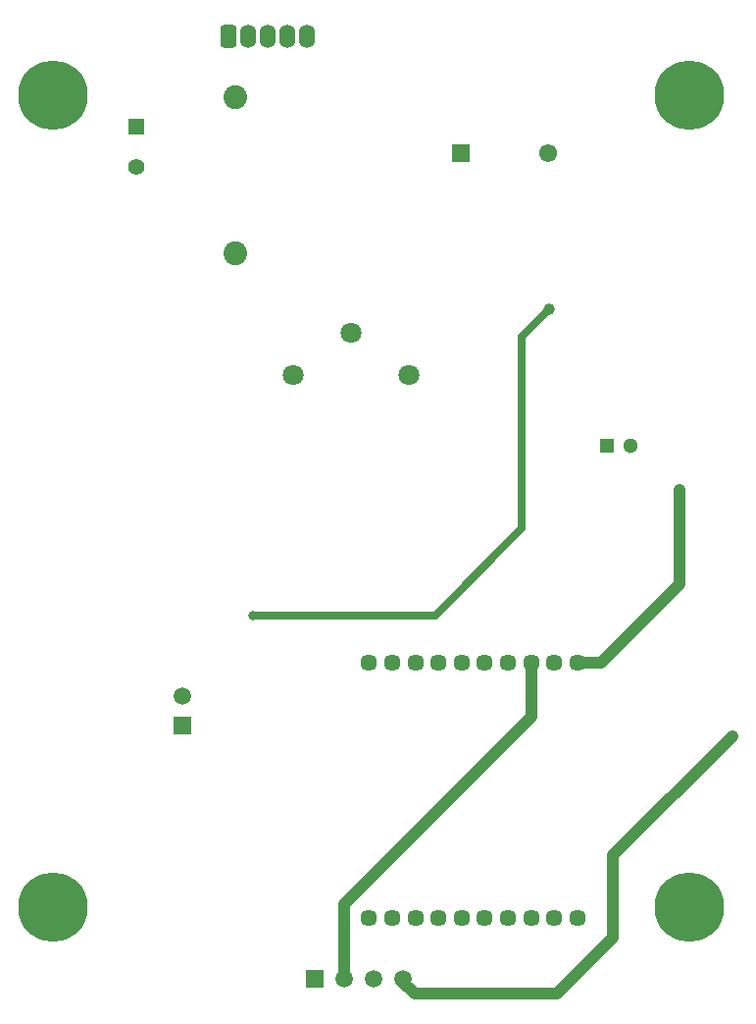
<source format=gbl>
G04*
G04 #@! TF.GenerationSoftware,Altium Limited,Altium Designer,20.0.13 (296)*
G04*
G04 Layer_Physical_Order=2*
G04 Layer_Color=16711680*
%FSLAX44Y44*%
%MOMM*%
G71*
G01*
G75*
%ADD20C,0.7000*%
%ADD54C,1.0000*%
%ADD56R,1.5000X1.5000*%
%ADD57C,1.5000*%
%ADD58R,1.5000X1.5000*%
%ADD59C,1.3000*%
%ADD60R,1.3000X1.3000*%
%ADD61C,1.8000*%
%ADD62C,1.4500*%
G04:AMPARAMS|DCode=63|XSize=2mm|YSize=1.4mm|CornerRadius=0.35mm|HoleSize=0mm|Usage=FLASHONLY|Rotation=90.000|XOffset=0mm|YOffset=0mm|HoleType=Round|Shape=RoundedRectangle|*
%AMROUNDEDRECTD63*
21,1,2.0000,0.7000,0,0,90.0*
21,1,1.3000,1.4000,0,0,90.0*
1,1,0.7000,0.3500,0.6500*
1,1,0.7000,0.3500,-0.6500*
1,1,0.7000,-0.3500,-0.6500*
1,1,0.7000,-0.3500,0.6500*
%
%ADD63ROUNDEDRECTD63*%
%ADD64O,1.4000X2.0000*%
%ADD65C,1.5500*%
%ADD66R,1.5500X1.5500*%
%ADD67R,1.4000X1.4000*%
%ADD68C,1.4000*%
%ADD69C,2.0500*%
%ADD70C,1.0000*%
%ADD71C,6.0000*%
%ADD72C,0.8000*%
D20*
X2861310Y553852D02*
X2885105Y577647D01*
X2861310Y388620D02*
Y553852D01*
X2786380Y313690D02*
X2861310Y388620D01*
X2628900Y313690D02*
X2786380D01*
D54*
X2757170Y-1270D02*
X2768600Y-12700D01*
X2891790D01*
X2940050Y35560D01*
Y106680D01*
X3042920Y209550D01*
X2707640Y64770D02*
X2869250Y226380D01*
X2707640Y2310D02*
Y64770D01*
X2869250Y226380D02*
Y273050D01*
X2909870D02*
X2929270D01*
X2997200Y340980D01*
Y421640D01*
D56*
X2682240Y0D02*
D03*
D57*
X2707640D02*
D03*
X2733040D02*
D03*
X2758440D02*
D03*
X2567940Y243840D02*
D03*
D58*
Y218440D02*
D03*
D59*
X2955130Y459740D02*
D03*
D60*
X2935130D02*
D03*
D61*
X2763520Y520700D02*
D03*
X2663520D02*
D03*
X2713520Y557700D02*
D03*
D62*
X2909250Y273050D02*
D03*
X2889250D02*
D03*
X2869250D02*
D03*
X2849250D02*
D03*
X2829250D02*
D03*
X2809250D02*
D03*
X2789250D02*
D03*
X2769250D02*
D03*
X2749250D02*
D03*
X2729250D02*
D03*
Y53050D02*
D03*
X2749250D02*
D03*
X2769250D02*
D03*
X2789250D02*
D03*
X2809250D02*
D03*
X2829250D02*
D03*
X2849250D02*
D03*
X2869250D02*
D03*
X2889250D02*
D03*
X2909250D02*
D03*
D63*
X2607600Y812800D02*
D03*
D64*
X2624600D02*
D03*
X2641600D02*
D03*
X2658600D02*
D03*
X2675600D02*
D03*
D65*
X2883570Y712470D02*
D03*
D66*
X2808570D02*
D03*
D67*
X2528570Y735330D02*
D03*
D68*
Y700330D02*
D03*
D69*
X2613660Y625830D02*
D03*
Y760730D02*
D03*
D70*
X3042920Y209550D02*
D03*
X2997200Y421640D02*
D03*
X2885105Y577647D02*
D03*
D71*
X2456180Y62230D02*
D03*
X3006180D02*
D03*
Y762230D02*
D03*
X2456180D02*
D03*
D72*
X2628900Y313690D02*
D03*
M02*

</source>
